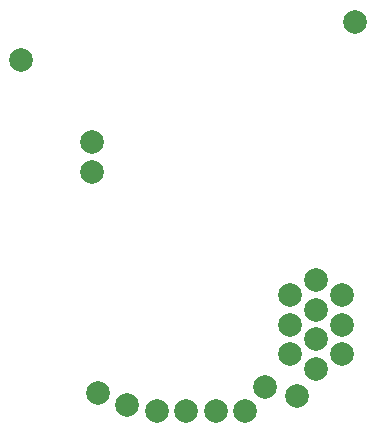
<source format=gbr>
%TF.GenerationSoftware,KiCad,Pcbnew,7.0.1*%
%TF.CreationDate,2023-12-30T18:25:03+00:00*%
%TF.ProjectId,watch_test_rig,77617463-685f-4746-9573-745f7269672e,rev?*%
%TF.SameCoordinates,Original*%
%TF.FileFunction,Paste,Bot*%
%TF.FilePolarity,Positive*%
%FSLAX46Y46*%
G04 Gerber Fmt 4.6, Leading zero omitted, Abs format (unit mm)*
G04 Created by KiCad (PCBNEW 7.0.1) date 2023-12-30 18:25:03*
%MOMM*%
%LPD*%
G01*
G04 APERTURE LIST*
%ADD10C,2.000000*%
G04 APERTURE END LIST*
D10*
%TO.C,PP122*%
X146001035Y-92289603D03*
%TD*%
%TO.C,PP121*%
X146001035Y-89739603D03*
%TD*%
%TO.C,PP120*%
X165001035Y-103939603D03*
%TD*%
%TO.C,PP119*%
X140001035Y-82789603D03*
%TD*%
%TO.C,PP118*%
X154001035Y-112489603D03*
%TD*%
%TO.C,PP117*%
X168301035Y-79589603D03*
%TD*%
%TO.C,PP116*%
X167201035Y-107689603D03*
%TD*%
%TO.C,PP115*%
X165001035Y-106439603D03*
%TD*%
%TO.C,PP114*%
X165001035Y-108939603D03*
%TD*%
%TO.C,PP113*%
X167201035Y-105189603D03*
%TD*%
%TO.C,PP112*%
X162801035Y-107689603D03*
%TD*%
%TO.C,PP111*%
X162801035Y-105189603D03*
%TD*%
%TO.C,PP110*%
X162801035Y-102689603D03*
%TD*%
%TO.C,PP109*%
X151501035Y-112489603D03*
%TD*%
%TO.C,PP108*%
X146501035Y-110989603D03*
%TD*%
%TO.C,PP107*%
X149001035Y-111989603D03*
%TD*%
%TO.C,PP106*%
X167201035Y-102689603D03*
%TD*%
%TO.C,PP105*%
X165001035Y-101439603D03*
%TD*%
%TO.C,PP104*%
X163351035Y-111189603D03*
%TD*%
%TO.C,PP103*%
X159001035Y-112489603D03*
%TD*%
%TO.C,PP102*%
X156501035Y-112489603D03*
%TD*%
%TO.C,PP101*%
X160701035Y-110489603D03*
%TD*%
M02*

</source>
